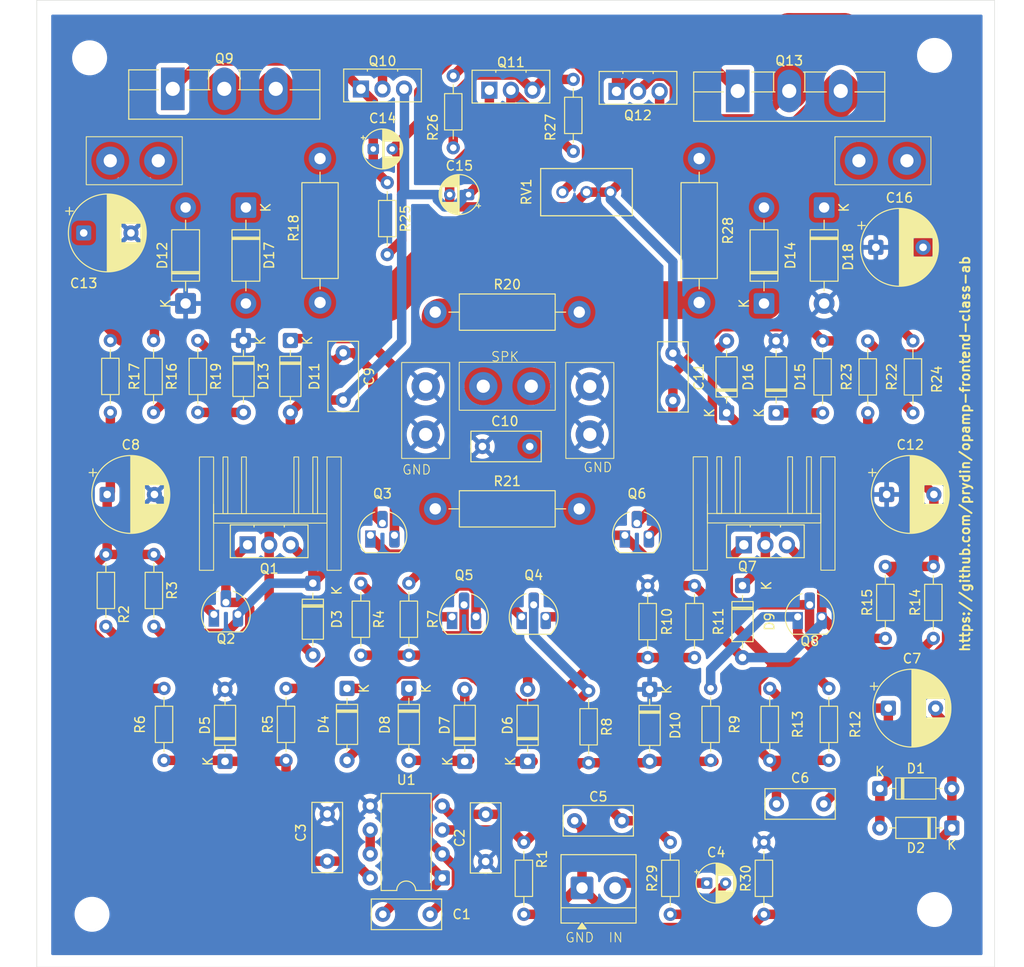
<source format=kicad_pcb>
(kicad_pcb (version 20241229) (generator "pcbnew") (generator_version "9.0")
  (layers (0 "F.Cu" signal) (2 "B.Cu" signal) (13 "F.Paste" user) (15 "B.Paste" user) (5 "F.SilkS" user "F.Silkscreen") (7 "B.SilkS" user "B.Silkscreen") (1 "F.Mask" user) (3 "B.Mask" user) (25 "Edge.Cuts" user))
  (net 0 "")
  (net 1 "Net-(D7-K)")
  (net 2 "GNDA")
  (net 3 "Net-(C4-Pad2)")
  (net 4 "Net-(D3-K)")
  (net 5 "Net-(D4-A)")
  (net 6 "Net-(J1-Pin_2)")
  (net 7 "Net-(D1-K)")
  (net 8 "Net-(Q2-E)")
  (net 9 "Net-(D14-K)")
  (net 10 "GND")
  (net 11 "Net-(Q3-B)")
  (net 12 "Net-(Q1-E)")
  (net 13 "Net-(D13-A)")
  (net 14 "Net-(D11-A)")
  (net 15 "/B-")
  (net 16 "Net-(C10-Pad2)")
  (net 17 "/B+")
  (net 18 "Net-(Q6-B)")
  (net 19 "Net-(Q8-E)")
  (net 20 "Net-(Q10-E)")
  (net 21 "Net-(D4-K)")
  (net 22 "Net-(Q12-E)")
  (net 23 "Net-(Q13-E)")
  (net 24 "Net-(D6-K)")
  (net 25 "Net-(D6-A)")
  (net 26 "Net-(D9-A)")
  (net 27 "Net-(D11-K)")
  (net 28 "Net-(D16-K)")
  (net 29 "Net-(D15-K)")
  (net 30 "Net-(D16-A)")
  (net 31 "Net-(Q11-B)")
  (net 32 "Net-(Q4-E)")
  (net 33 "Net-(Q5-E)")
  (net 34 "Net-(Q7-E)")
  (net 35 "/SPK")
  (net 36 "Net-(U1A--)")
  (net 37 "Net-(Q9-E)")
  (net 38 "+15V")
  (net 39 "-15V")
  (net 40 "Net-(R10-Pad1)")
  (net 41 "Net-(R26-Pad2)")
  (net 42 "Net-(U1B--)")
  (net 43 "Net-(U1A-+)")
  (footprint "Resistor_THT:R_Axial_DIN0411_L9.9mm_D3.6mm_P15.24mm_Horizontal" (layer "F.Cu") (at 92.964 86.36)
    (property "Reference" "R21")
    (property "Value" "10")
  )
  (footprint "Package_TO_SOT_THT:TO-264-3_Vertical" (layer "F.Cu") (at 65.189 41.893)
    (property "Reference" "Q9")
    (property "Value" "MJL3281C")
  )
  (footprint "Capacitor_THT:C_Rect_L7.2mm_W3.0mm_P5.00mm_FKS2_FKP2_MKS2_MKP2" (layer "F.Cu") (at 98.298 123.698 90)
    (property "Reference" "C2")
    (property "Value" "100n")
  )
  (footprint "Diode_THT:D_DO-35_SOD27_P7.62mm_Horizontal" (layer "F.Cu") (at 80.01 94.234 -90)
    (property "Reference" "D3")
    (property "Value" "1N4148")
  )
  (footprint "Resistor_THT:R_Axial_DIN0204_L3.6mm_D1.6mm_P7.62mm_Horizontal" (layer "F.Cu") (at 87.884 51.816 -90)
    (property "Reference" "R25")
    (property "Value" "100")
  )
  (footprint "Custom:Spade Connector" (layer "F.Cu") (at 140.335 44.423)
    (property "Reference" "J6" (hide yes))
    (property "Value" "B-")
  )
  (footprint "Resistor_THT:R_Axial_DIN0204_L3.6mm_D1.6mm_P7.62mm_Horizontal" (layer "F.Cu") (at 107.569 48.514 90)
    (property "Reference" "R27")
    (property "Value" "2.7k")
  )
  (footprint "Capacitor_THT:C_Rect_L7.2mm_W3.0mm_P5.00mm_FKS2_FKP2_MKS2_MKP2" (layer "F.Cu") (at 97.957 79.756)
    (property "Reference" "C10")
    (property "Value" "100n")
  )
  (footprint "Diode_THT:D_DO-35_SOD27_P7.62mm_Horizontal" (layer "F.Cu") (at 140.007325 115.969325)
    (property "Reference" "D1")
    (property "Value" "1N4148")
  )
  (footprint "Capacitor_THT:C_Rect_L7.2mm_W3.0mm_P5.00mm_FKS2_FKP2_MKS2_MKP2" (layer "F.Cu") (at 92.416 129.286 180)
    (property "Reference" "C1")
    (property "Value" "22p")
  )
  (footprint "Diode_THT:D_DO-41_SOD81_P10.16mm_Horizontal" (layer "F.Cu") (at 72.925 54.456 -90)
    (property "Reference" "D17")
    (property "Value" "1N4004")
  )
  (footprint "Resistor_THT:R_Axial_DIN0204_L3.6mm_D1.6mm_P7.62mm_Horizontal" (layer "F.Cu") (at 145.669 100.076 90)
    (property "Reference" "R14")
    (property "Value" "33")
  )
  (footprint "Package_TO_SOT_THT:TO-92_HandSolder" (layer "F.Cu") (at 94.742 97.79)
    (property "Reference" "Q5")
    (property "Value" "2N5551")
  )
  (footprint "Diode_THT:D_DO-41_SOD81_P10.16mm_Horizontal" (layer "F.Cu") (at 66.548 64.616 90)
    (property "Reference" "D12")
    (property "Value" "1N4004")
  )
  (footprint "Capacitor_THT:CP_Radial_D8.0mm_P5.00mm" (layer "F.Cu") (at 140.906674 107.460325)
    (property "Reference" "C7")
    (property "Value" "220u")
  )
  (footprint "Resistor_THT:R_Axial_DIN0204_L3.6mm_D1.6mm_P7.62mm_Horizontal" (layer "F.Cu") (at 94.869 48.133 90)
    (property "Reference" "R26")
    (property "Value" "1k")
  )
  (footprint "Resistor_THT:R_Axial_DIN0204_L3.6mm_D1.6mm_P7.62mm_Horizontal" (layer "F.Cu") (at 134.615 112.99 90)
    (property "Reference" "R12")
    (property "Value" "33k")
  )
  (footprint "Custom:Spade Connector" (layer "F.Cu") (at 86.868 75.946 90)
    (property "Reference" "J2" (hide yes))
    (property "Value" "GND")
  )
  (footprint "Diode_THT:D_DO-35_SOD27_P7.62mm_Horizontal" (layer "F.Cu") (at 123.79 76.2 90)
    (property "Reference" "D16")
    (property "Value" "1N4148")
  )
  (footprint "Diode_THT:D_DO-35_SOD27_P7.62mm_Horizontal" (layer "F.Cu") (at 125.476 94.488 -90)
    (property "Reference" "D9")
    (property "Value" "1N4148")
  )
  (footprint "Package_TO_SOT_THT:TO-126-3_Vertical" (layer "F.Cu") (at 73.108 90.17)
    (property "Reference" "Q1")
    (property "Value" "BD140")
  )
  (footprint "Resistor_THT:R_Axial_DIN0204_L3.6mm_D1.6mm_P7.62mm_Horizontal" (layer "F.Cu") (at 120.396 102.108 90)
    (property "Reference" "R11")
    (property "Value" "1k")
  )
  (footprint "Capacitor_THT:CP_Radial_D4.0mm_P2.00mm" (layer "F.Cu") (at 121.6877 125.984)
    (property "Reference" "C4")
    (property "Value" "10u")
  )
  (footprint "Diode_THT:D_DO-41_SOD81_P10.16mm_Horizontal" (layer "F.Cu") (at 127.751 64.616 90)
    (property "Reference" "D14")
    (property "Value" "1N4004")
  )
  (footprint "Resistor_THT:R_Axial_DIN0204_L3.6mm_D1.6mm_P7.62mm_Horizontal" (layer "F.Cu") (at 122.104727 112.99 90)
    (property "Reference" "R9")
    (property "Value" "4.7k")
  )
  (footprint "Resistor_THT:R_Axial_DIN0204_L3.6mm_D1.6mm_P7.62mm_Horizontal" (layer "F.Cu") (at 138.73 76.2 90)
    (property "Reference" "R22")
    (property "Value" "33")
  )
  (footprint "Diode_THT:D_DO-35_SOD27_P7.62mm_Horizontal" (layer "F.Cu") (at 147.627325 120.142 180)
    (property "Reference" "D2")
    (property "Value" "1N4148")
  )
  (footprint "Resistor_THT:R_Axial_DIN0411_L9.9mm_D3.6mm_P15.24mm_Horizontal" (layer "F.Cu") (at 80.772 64.516 90)
    (property "Reference" "R18")
    (property "Value" "0.22")
  )
  (footprint "Capacitor_THT:C_Rect_L7.2mm_W3.0mm_P5.00mm_FKS2_FKP2_MKS2_MKP2" (layer "F.Cu") (at 118.11 69.89 -90)
    (property "Reference" "C11")
    (property "Value" "470p")
  )
  (footprint "Capacitor_THT:C_Rect_L7.2mm_W3.0mm_P5.00mm_FKS2_FKP2_MKS2_MKP2" (layer "F.Cu") (at 129.072 117.602)
    (property "Reference" "C6")
    (property "Value" "0p")
  )
  (footprint "Capacitor_THT:CP_Radial_D8.0mm_P5.00mm" (layer "F.Cu") (at 58.247349 84.836)
    (property "Reference" "C8")
    (property "Value" "100u")
  )
  (footprint "Resistor_THT:R_Axial_DIN0204_L3.6mm_D1.6mm_P7.62mm_Horizontal" (layer "F.Cu") (at 128.359864 112.99 90)
    (property "Reference" "R13")
    (property "Value" "1k")
  )
  (footprint "Resistor_THT:R_Axial_DIN0204_L3.6mm_D1.6mm_P7.62mm_Horizontal" (layer "F.Cu") (at 117.834299 129.286 90)
    (property "Reference" "R29")
    (property "Value" "470")
  )
  (footprint "Diode_THT:D_DO-35_SOD27_P7.62mm_Horizontal" (layer "F.Cu") (at 90.17 105.37 -90)
    (property "Reference" "D8")
    (property "Value" "1N4148")
  )
  (footprint "Resistor_THT:R_Axial_DIN0204_L3.6mm_D1.6mm_P7.62mm_Horizontal" (layer "F.Cu") (at 90.17 101.854 90)
    (property "Reference" "R7")
    (property "Value" "330")
  )
  (footprint "Resistor_THT:R_Axial_DIN0204_L3.6mm_D1.6mm_P7.62mm_Horizontal" (layer "F.Cu") (at 133.95 76.2 90)
    (property "Reference" "R23")
    (property "Value" "1.5k")
  )
  (footprint "Package_TO_SOT_THT:TO-126-3_Vertical" (layer "F.Cu") (at 125.615 90.17)
    (property "Reference" "Q7")
    (property "Value" "BD139")
  )
  (footprint "Custom:Spade Connector" (layer "F.Cu") (at 100.584 68.299)
    (property "Reference" "J3" (hide yes))
    (property "Value" "SPK")
  )
  (footprint "Resistor_THT:R_Axial_DIN0204_L3.6mm_D1.6mm_P7.62mm_Horizontal" (layer "F.Cu") (at 63.19 91.186 -90)
    (property "Reference" "R3")
    (property "Value" "560")
  )
  (footprint "Resistor_THT:R_Axial_DIN0204_L3.6mm_D1.6mm_P7.62mm_Horizontal" (layer "F.Cu") (at 109.194455 105.624 -90)
    (property "Reference" "R8")
    (property "Value" "10k")
  )
  (footprint "Capacitor_THT:C_Rect_L7.2mm_W3.0mm_P5.00mm_FKS2_FKP2_MKS2_MKP2" (layer "F.Cu") (at 83.222105 69.840105 -90)
    (property "Reference" "C9")
    (property "Value" "470p")
  )
  (footprint "Capacitor_THT:C_Rect_L7.2mm_W3.0mm_P5.00mm_FKS2_FKP2_MKS2_MKP2" (layer "F.Cu") (at 81.534 118.658 -90)
    (property "Reference" "C3")
    (property "Value" "100n")
  )
  (footprint "Diode_THT:D_DO-35_SOD27_P7.62mm_Horizontal" (layer "F.Cu") (at 77.634105 68.530105 -90)
    (property "Reference" "D11")
    (property "Value" "1N4148")
  )
  (footprint "Custom:Spade Connector" (layer "F.Cu") (at 104.24 75.946 90)
    (property "Reference" "J4" (hide yes))
    (property "Value" "GND")
  )
  (footprint "Resistor_THT:R_Axial_DIN0204_L3.6mm_D1.6mm_P7.62mm_Horizontal" (layer "F.Cu") (at 115.443 102.108 90)
    (property "Reference" "R10")
    (property "Value" "330")
  )
  (footprint "Capacitor_THT:CP_Radial_D8.0mm_P5.00mm" (layer "F.Cu") (at 139.583349 58.674)
    (property "Reference" "C16")
    (property "Value" "100u")
  )
  (footprint "MountingHole:MountingHole_3.2mm_M3" (layer "F.Cu") (at 56.388 38.608)
    (property "Reference" "REF**" (hide yes))
    (property "Value" "MountingHole_3.2mm_M3")
  )
  (footprint "Resistor_THT:R_Axial_DIN0204_L3.6mm_D1.6mm_P7.62mm_Horizontal" (layer "F.Cu") (at 102.340299 121.666 -90)
    (property "Reference" "R1")
    (property "Value" "33k")
  )
  (footprint "Diode_THT:D_DO-35_SOD27_P7.62mm_Horizontal" (layer "F.Cu") (at 70.717136 113.09 90)
    (property "Reference" "D5")
    (property "Value" "1N5245B")
  )
  (footprint "Resistor_THT:R_Axial_DIN0204_L3.6mm_D1.6mm_P7.62mm_Horizontal" (layer "F.Cu") (at 85.09 94.234 -90)
    (property "Reference" "R4")
    (property "Value" "330")
  )
  (footprint "Diode_THT:D_DO-35_SOD27_P7.62mm_Horizontal" (layer "F.Cu") (at 72.666905 68.530105 -90)
    (property "Reference" "D13")
    (property "Value" "1N4148")
  )
  (footprint "Package_TO_SOT_THT:TO-126-3_Vertical" (layer "F.Cu") (at 112.142 42.164)
    (property "Reference" "Q12")
    (property "Value" "BD140")
  )
  (footprint "Diode_THT:D_DO-35_SOD27_P7.62mm_Horizontal" (layer "F.Cu") (at 129.032 76.2 90)
    (property "Reference" "D15")
    (property "Value" "1N4148")
  )
  (footprint "Resistor_THT:R_Axial_DIN0204_L3.6mm_D1.6mm_P7.62mm_Horizontal" (layer "F.Cu") (at 64.262 105.37 -90)
    (property "Reference" "R6")
    (property "Value" "4.7k")
  )
  (footprint "Resistor_THT:R_Axial_DIN0411_L9.9mm_D3.6mm_P15.24mm_Horizontal" (layer "F.Cu") (at 92.964 65.532)
    (property "Reference" "R20")
    (property "Value" "10")
  )
  (footprint "Package_TO_SOT_THT:TO-92_HandSolder" (layer "F.Cu") (at 69.54 97.536)
    (property "Reference" "Q2")
    (property "Value" "2N2906")
  )
  (footprint "MountingHole:MountingHole_3.2mm_M3" (layer "F.Cu") (at 145.796 128.778)
    (property "Reference" "REF**" (hide yes))
    (property "Value" "MountingHole_3.2mm_M3")
  )
  (footprint "Resistor_THT:R_Axial_DIN0411_L9.9mm_D3.6mm_P15.24mm_Horizontal" (layer "F.Cu") (at 120.893 49.276 -90)
    (property "Reference" "R28")
    (property "Value" "0.22")
  )
  (footprint "Custom:Heatsink" (layer "F.Cu") (at 127.762 85.852)
    (property "Reference" "REF**" (hide yes))
    (property "Value" "Heatsink")
  )
  (footprint "Resistor_THT:R_Axial_DIN0204_L3.6mm_D1.6mm_P7.62mm_Horizontal" (layer "F.Cu") (at 58.11 91.186 -90)
    (property "Reference" "R2")
    (property "Value" "33")
  )
  (footprint "Capacitor_THT:CP_Radial_D4.0mm_P2.00mm" (layer "F.Cu") (at 96.488 53.086 180)
    (property "Reference" "C15")
    (property "Value" "10u")
  )
  (footprint "Resistor_THT:R_Axial_DIN0204_L3.6mm_D1.6mm_P7.62mm_Horizontal" (layer "F.Cu") (at 63.156105 68.530105 -90)
    (property "Reference" "R16")
    (property "Value" "100")
  )
  (footprint "Resistor_THT:R_Axial_DIN0204_L3.6mm_D1.6mm_P7.62mm_Horizontal" (layer "F.Cu") (at 67.839305 68.530105 -90)
    (property "Reference" "R19")
    (property "Value" "1.5k")
  )
  (footprint "Diode_THT:D_DO-35_SOD27_P7.62mm_Horizontal" (layer "F.Cu") (at 115.649591 105.47 -90)
    (property "Reference" "D10")
    (property "Value" "1N5245B")
  )
  (footprint "Diode_THT:D_DO-41_SOD81_P10.16mm_Horizontal" (layer "F.Cu") (at 134.112 54.456 -90)
    (property "Reference" "D18")
    (property "Value" "1N4004")
  )
  (footprint "Package_TO_SOT_THT:TO-92_HandSolder" (layer "F.Cu") (at 86.106 89.154)
    (property "Reference" "Q3")
    (property "Value" "2N5551")
  )
  (footprint "Custom:TRIM_T93YA103KT20" (layer "F.Cu") (at 108.966 52.832 90)
    (property "Reference" "RV1")
    (property "Value" "2k")
  )
  (footprint "TerminalBlock_4Ucon:TerminalBlock_4Ucon_1x02_P3.50mm_Horizontal" (layer "F.Cu") (at 108.492299 126.492)
    (property "Reference" "J1" (hide yes))
    (property "Value" "INPUT")
  )
  (footprint "Custom:Heatsink" (layer "F.Cu") (at 75.509 85.868)
    (property "Reference" "REF**" (hide yes))
    (property "Value" "Heatsink")
  )
  (footprint "Resistor_THT:R_Axial_DIN0204_L3.6mm_D1.6mm_P7.62mm_Horizontal" (layer "F.Cu") (at 143.51 68.58 -90)
    (property "Reference" "R24")
    (property "Value" "100")
  )
  (footprint "Package_TO_SOT_THT:TO-92_HandSolder" (layer "F.Cu") (at 113.03 89.154)
    (property "Reference" "Q6")
    (property "Value" "2N5401")
  )
  (footprint "Package_TO_SOT_THT:TO-126-3_Vertical" (layer "F.Cu") (at 85.102 41.91)
    (property "Reference" "Q10")
    (property "Value" "BD139")
  )
  (footprint "MountingHole:MountingHole_3.2mm_M3" (layer "F.Cu") (at 56.642 129.286)
    (property "Reference" "REF**" (hide yes))
    (property "Value" "MountingHole_3.2mm_M3")
  )
  (footprint "Package_TO_SOT_THT:TO-126-3_Vertical" (layer "F.Cu") (at 98.691 42.037)
    (property "Reference" "Q11")
    (property "Value" "BD139")
  )
  (footprint "Resistor_THT:R_Axial_DIN0204_L3.6mm_D1.6mm_P7.62mm_Horizontal" (layer "F.Cu") (at 140.589 100.076 90)
    (property "Reference" "R15")
    (property "Value" "560")
  )
  (footprint "Package_TO_SOT_THT:TO-92_HandSolder" (layer "F.Cu") (at 131.318 97.79)
    (property "Reference" "Q8")
    (property "Value" "2N2904")
  )
  (footprint "Resistor_THT:R_Axial_DIN0204_L3.6mm_D1.6mm_P7.62mm_Horizontal" (layer "F.Cu") (at 77.172273 112.99 90)
    (property "Reference" "R5")
    (property "Value" "10k")
  )
  (footprint "Package_TO_SOT_THT:TO-92_HandSolder" (layer "F.Cu") (at 102.108 97.79)
    (property "Reference" "Q4")
    (property "Value" "2N5401")
  )
  (footprint "MountingHole:MountingHole_3.2mm_M3" (layer "F.Cu") (at 145.796 38.354)
    (property "Reference" "REF**" (hide yes))
    (property "Value" "MountingHole_3.2mm_M3")
  )
  (footprint "Capacitor_THT:C_Rect_L7.2mm_W3.0mm_P5.00mm_FKS2_FKP2_MKS2_MKP2" (layer "F.Cu") (at 112.714299 119.38 180)
    (property "Reference" "C5")
    (property "Value" "220p")
  )
  (footprint "Custom:Spade Connector" (layer "F.Cu") (at 61.114 44.423)
    (property "Reference" "J5" (hide yes))
    (property "Value" "B+")
  )
  (footprint "Capacitor_THT:CP_Radial_D4.0mm_P2.00mm" (layer "F.Cu") (at 86.403401 48.26)
    (property "Reference" "C14")
    (property "Value" "1u")
  )
  (footprint "Diode_THT:D_DO-35_SOD27_P7.62mm_Horizontal" (layer "F.Cu") (at 83.627409 105.37 -90)
    (property "Reference" "D4")
    (property "Value" "1N4148")
  )
  (footprint "Resistor_THT:R_Axial_DIN0204_L3.6mm_D1.6mm_P7.62mm_Horizontal" (layer "F.Cu") (at 127.740299 129.286 90)
    (property "Reference" "R30")
    (property "Value" "10")
  )
  (footprint "Package_DIP:DIP-8_W7.62mm" (layer "F.Cu") (at 93.699299 125.436 180)
    (property "Reference" "U1")
    (property "Value" "LM4562")
  )
  (footprint "Capacitor_THT:CP_Radial_D8.0mm_P5.00mm" (layer "F.Cu") (at 140.726349 84.836)
    (property "Reference" "C12")
    (property "Value" "100u")
  )
  (footprint "Resistor_THT:R_Axial_DIN0204_L3.6mm_D1.6mm_P7.62mm_Horizontal" (layer "F.Cu") (at 58.584105 76.150105 90)
    (property "Reference" "R17")
    (property "Value" "33")
  )
  (footprint "Capacitor_THT:CP_Radial_D8.0mm_P5.00mm" (layer "F.Cu") (at 55.763349 57.15)
    (property "Reference" "C13")
    (property "Value" "100u")
  )
  (footprint "Package_TO_SOT_THT:TO-264-3_Vertical" (layer "F.Cu") (at 124.968 42.12)
    (property "Reference" "Q13")
    (property "Value" "MJL1302C")
  )
  (footprint "Diode_THT:D_DO-35_SOD27_P7.62mm_Horizontal" (layer "F.Cu") (at 102.739318 113.09 90)
    (property "Reference" "D6")
    (property "Value" "1N4148")
  )
  (footprint "Diode_THT:D_DO-35_SOD27_P7.62mm_Horizontal" (layer "F.Cu") (at 96.084182 113.09 90)
    (property "Reference" "D7")
    (property "Value" "1N4148")
  )
  (gr_rect (start 50.8 32.512) (end 152.146 134.874) (stroke (width 0.05)) (fill no) (layer "Edge.Cuts"))
  (gr_text "GND" (at 89.408 82.804 0) (layer "F.SilkS") (effects (font (size 1 1) (thickness 0.1)) (justify left bottom)))
  (gr_text "GND" (at 108.585 82.55 0) (layer "F.SilkS") (effects (font (size 1 1) (thickness 0.1)) (justify left bottom)))
  (gr_text "GND" (at 106.658299 132.334 0) (layer "F.SilkS") (effects (font (size 1 1) (thickness 0.1)) (justify left bottom)))
  (gr_text "SPK" (at 98.806 70.839 0) (layer "F.SilkS") (effects (font (size 1 1) (thickness 0.1)) (justify left bottom)))
  (gr_text "https://github.com/prydin/opamp-frontend-class-ab" (at 149.606 101.6 90) (layer "F.SilkS") (effects (font (size 1 1) (thickness 0.2)) (justify left bottom)))
  (gr_text "IN" (at 111.230299 132.334 0) (layer "F.SilkS") (effects (font (size 1 1) (thickness 0.1)) (justify left bottom)))
  (segment (start 92.394299 126.741) (end 93.699299 125.436) (width 1) (layer "F.Cu") (net 1))
  (segment (start 89.986 117.104944) (end 94.000944 113.09) (width 1) (layer "F.Cu") (net 1))
  (segment (start 93.699299 125.436) (end 89.986 121.722701) (width 1) (layer "F.Cu") (net 1))
  (segment (start 94.000944 113.09) (end 96.084182 113.09) (width 1) (layer "F.Cu") (net 1))
  (segment (start 87.416 129.286) (end 89.961 126.741) (width 1) (layer "F.Cu") (net 1))
  (segment (start 90.17 112.99) (end 96.613667 112.99) (width 1) (layer "F.Cu") (net 1))
  (segment (start 89.961 126.741) (end 92.394299 126.741) (width 1) (layer "F.Cu") (net 1))
  (segment (start 89.986 121.722701) (end 89.986 117.104944) (width 1) (layer "F.Cu") (net 1))
  (segment (start 145.906674 108.025674) (end 147.627325 109.746325) (width 1) (layer "F.Cu") (net 2))
  (segment (start 108.492299 120.158) (end 107.714299 119.38) (width 1) (layer "F.Cu") (net 2))
  (segment (start 145.906674 107.460325) (end 145.906674 108.025674) (width 1) (layer "F.Cu") (net 2))
  (segment (start 147.627325 115.969325) (end 147.627325 120.142) (width 1) (layer "F.Cu") (net 2))
  (segment (start 112.687299 130.687) (end 126.339299 130.687) (width 1) (layer "F.Cu") (net 2))
  (segment (start 108.492299 126.492) (end 112.687299 130.687) (width 1) (layer "F.Cu") (net 2))
  (segment (start 127.740299 129.286) (end 138.483325 129.286) (width 1) (layer "F.Cu") (net 2))
  (segment (start 108.492299 126.492) (end 108.492299 120.158) (width 1) (layer "F.Cu") (net 2))
  (segment (start 138.483325 129.286) (end 147.627325 120.142) (width 1) (layer "F.Cu") (net 2))
  (segment (start 147.627325 109.746325) (end 147.627325 115.969325) (width 1) (layer "F.Cu") (net 2))
  (segment (start 102.340299 129.286) (end 105.150299 129.286) (width 1) (layer "F.Cu") (net 2))
  (segment (start 126.339299 130.687) (end 127.740299 129.286) (width 1) (layer "F.Cu") (net 2))
  (segment (start 105.150299 129.286) (end 107.944299 126.492) (width 1) (layer "F.Cu") (net 2))
  (segment (start 117.834299 129.286) (end 120.437544 129.286) (width 1) (layer "F.Cu") (net 3))
  (segment (start 120.437544 129.286) (end 123.6877 126.035844) (width 1) (layer "F.Cu") (net 3))
  (segment (start 90.474686 96.52) (end 93.324108 96.52) (width 1) (layer "F.Cu") (net 4))
  (segment (start 81.411 92.833) (end 86.787686 92.833) (width 1) (layer "F.Cu") (net 4))
  (segment (start 80.01 94.234) (end 81.411 92.833) (width 1) (layer "F.Cu") (net 4))
  (segment (start 86.787686 92.833) (end 90.474686 96.52) (width 1) (layer "F.Cu") (net 4))
  (segment (start 96.698892 94.519) (end 97.282 95.102108) (width 1) (layer "F.Cu") (net 4))
  (segment (start 63.921 99.537) (end 63.19 98.806) (width 1) (layer "F.Cu") (net 4))
  (segment (start 72.08 98.248) (end 70.791 99.537) (width 1) (layer "F.Cu") (net 4))
  (segment (start 95.325108 94.519) (end 96.698892 94.519) (width 1) (layer "F.Cu") (net 4))
  (segment (start 70.791 99.537) (end 63.921 99.537) (width 1) (layer "F.Cu") (net 4))
  (segment (start 80.01 94.234) (end 80.01 92.512) (width 1) (layer "F.Cu") (net 4))
  (segment (start 93.324108 96.52) (end 95.325108 94.519) (width 1) (layer "F.Cu") (net 4))
  (segment (start 80.01 92.512) (end 77.668 90.17) (width 1) (layer "F.Cu") (net 4))
  (segment (start 97.282 95.102108) (end 97.282 97.79) (width 1) (layer "F.Cu") (net 4))
  (segment (start 75.382 94.234) (end 72.08 97.536) (width 1) (layer "B.Cu") (net 4))
  (segment (start 80.01 94.234) (end 75.382 94.234) (width 1) (layer "B.Cu") (net 4))
  (segment (start 83.493 112.99) (end 90.17 106.313) (width 1) (layer "F.Cu") (net 5))
  (segment (start 90.17 106.313) (end 90.17 105.37) (width 1) (layer "F.Cu") (net 5))
  (segment (start 112.500299 125.984) (end 111.992299 126.492) (width 1) (layer "F.Cu") (net 6))
  (segment (start 121.6877 125.984) (end 112.500299 125.984) (width 1) (layer "F.Cu") (net 6))
  (segment (start 140.906674 107.460325) (end 130.450189 107.460325) (width 1) (layer "F.Cu") (net 7))
  (segment (start 140.906674 107.460325) (end 140.906674 115.069976) (width 1) (layer "F.Cu") (net 7))
  (segment (start 140.906674 115.069976) (end 140.007325 115.969325) (width 1) (layer "F.Cu") (net 7))
  (segment (start 140.007325 115.969325) (end 140.007325 120.142) (width 1) (layer "F.Cu") (net 7))
  (segment (start 130.450189 107.460325) (end 128.359864 105.37) (width 1) (layer "F.Cu") (net 7))
  (segment (start 58.584105 76.150105) (end 58.584105 84.499244) (width 1) (layer "F.Cu") (net 8))
  (segment (start 56.642001 92.653999) (end 58.11 91.186) (width 1) (layer "F.Cu") (net 8))
  (segment (start 62.692686 105.37) (end 56.642001 99.319315) (width 1) (layer "F.Cu") (net 8))
  (segment (start 58.584105 84.499244) (end 58.247349 84.836) (width 1) (layer "F.Cu") (net 8))
  (segment (start 58.11 91.186) (end 63.19 91.186) (width 1) (layer "F.Cu") (net 8))
  (segment (start 63.19 91.186) (end 69.54 97.536) (width 1) (layer "F.Cu") (net 8))
  (segment (start 58.247349 84.836) (end 58.247349 91.048651) (width 1) (layer "F.Cu") (net 8))
  (segment (start 64.262 105.37) (end 62.692686 105.37) (width 1) (layer "F.Cu") (net 8))
  (segment (start 56.642001 99.319315) (end 56.642001 92.653999) (width 1) (layer "F.Cu") (net 8))
  (segment (start 93.218 59.182) (end 108.712 59.182) (width 4) (layer "F.Cu") (net 9))
  (segment (start 126.958864 107.654864) (end 126.958864 104.789686) (width 1) (layer "F.Cu") (net 9))
  (segment (start 80.772 64.516) (end 73.025 64.516) (width 4) (layer "F.Cu") (net 9))
  (segment (start 118.216108 94.488) (end 113.03 89.301892) (width 1) (layer "F.Cu") (net 9))
  (segment (start 113.792 64.262) (end 109.982 60.452) (width 4) (layer "F.Cu") (net 9))
  (segment (start 113.81 64.28) (end 113.81 80.754) (width 4) (layer "F.Cu") (net 9))
  (segment (start 128.570382 102.662382) (end 120.396 94.488) (width 1) (layer "F.Cu") (net 9))
  (segment (start 120.893 64.516) (end 121.032 64.377) (width 4) (layer "F.Cu") (net 9))
  (segment (start 80.772 64.516) (end 87.884 64.516) (width 4) (layer "F.Cu") (net 9))
  (segment (start 129.13255 102.616) (end 131.861 102.616) (width 1) (layer "F.Cu") (net 9))
  (segment (start 134.072 117.602) (end 136.906 114.768) (width 1) (layer "F.Cu") (net 9))
  (segment (start 109.982 60.452) (end 113.81 64.28) (width 4) (layer "F.Cu") (net 9))
  (segment (start 128.570382 103.178168) (end 128.570382 102.662382) (width 1) (layer "F.Cu") (net 9))
  (segment (start 136.906 114.768) (end 136.906 111.76) (width 1) (layer "F.Cu") (net 9))
  (segment (start 113.81 80.754) (end 108.204 86.36) (width 4) (layer "F.Cu") (net 9))
  (segment (start 86.106 89.301892) (end 87.959108 91.155) (width 1) (layer "F.Cu") (net 9))
  (segment (start 121.032 64.377) (end 127.751 64.377) (width 4) (layer "F.Cu") (net 9))
  (segment (start 87.959108 91.155) (end 103.409 91.155) (width 1) (layer "F.Cu") (net 9))
  (segment (start 103.409 91.155) (end 108.204 86.36) (width 1) (layer "F.Cu") (net 9))
  (segment (start 109.982 63.754) (end 109.982 60.452) (width 4) (layer "F.Cu") (net 9))
  (segment (start 108.204 65.532) (end 109.982 63.754) (width 4) (layer "F.Cu") (net 9))
  (segment (start 108.712 59.182) (end 109.982 60.452) (width 4) (layer "F.Cu") (net 9))
  (segment (start 129.032 109.728) (end 126.958864 107.654864) (width 1) (layer "F.Cu") (net 9))
  (segment (start 87.884 64.516) (end 93.218 59.182) (width 4) (layer "F.Cu") (net 9))
  (segment (start 134.874 109.728) (end 129.032 109.728) (width 1) (layer "F.Cu") (net 9))
  (segment (start 126.958864 104.789686) (end 128.570382 103.178168) (width 1) (layer "F.Cu") (net 9))
  (segment (start 136.906 111.76) (end 134.874 109.728) (width 1) (layer "F.Cu") (net 9))
  (segment (start 131.861 102.616) (end 134.615 105.37) (width 1) (layer "F.Cu") (net 9))
  (segment (start 110.998 89.154) (end 108.204 86.36) (width 1) (layer "F.Cu") (net 9))
  (segment (start 120.639 64.262) (end 113.792 64.262) (width 4) (layer "F.Cu") (net 9))
  (segment (start 120.396 94.488) (end 118.216108 94.488) (width 1) (layer "F.Cu") (net 9))
  (segment (start 73.025 64.516) (end 72.925 64.616) (width 4) (layer "F.Cu") (net 9))
  (segment (start 113.03 89.154) (end 110.998 89.154) (width 1) (layer "F.Cu") (net 9))
  (segment (start 64.647333 86.235984) (end 63.247349 84.836) (width 1) (layer "B.Cu") (net 10))
  (segment (start 68.851105 70.455105) (end 69.867105 70.455105) (width 1) (layer "F.Cu") (net 11))
  (segment (start 69.867105 70.455105) (end 67.982105 68.570105) (width 1) (layer "F.Cu") (net 11))
  (segment (start 83.222105 69.840105) (end 82.422106 70.640104) (width 1) (layer "F.Cu") (net 11))
  (segment (start 87.376 87.884) (end 86.36 86.868) (width 1) (layer "F.Cu") (net 11))
  (segment (start 86.36 71.882) (end 84.318105 69.840105) (width 1) (layer "F.Cu") (net 11))
  (segment (start 63.156105 76.150105) (end 68.851105 70.455105) (width 1) (layer "F.Cu") (net 11))
  (segment (start 84.318105 69.840105) (end 83.222105 69.840105) (width 1) (layer "F.Cu") (net 11))
  (segment (start 70.052104 70.640104) (end 69.867105 70.455105) (width 1) (layer "F.Cu") (net 11))
  (segment (start 82.422106 70.640104) (end 70.052104 70.640104) (width 1) (layer "F.Cu") (net 11))
  (segment (start 86.36 86.868) (end 86.36 71.882) (width 1) (layer "F.Cu") (net 11))
  (segment (start 72.697892 96.266) (end 70.81 96.266) (width 1) (layer "F.Cu") (net 12))
  (segment (start 60.042 100.738) (end 71.565892 100.738) (width 1) (layer "F.Cu") (net 12))
  (segment (start 70.81 96.266) (end 70.81 92.468) (width 1) (layer "F.Cu") (net 12))
  (segment (start 70.81 92.468) (end 73.108 90.17) (width 1) (layer "F.Cu") (net 12))
  (segment (start 73.331 98.972892) (end 73.331 96.899108) (width 1) (layer "F.Cu") (net 12))
  (segment (start 58.11 98.806) (end 60.042 100.738) (width 1) (layer "F.Cu") (net 12))
  (segment (start 73.331 96.899108) (end 72.697892 96.266) (width 1) (layer "F.Cu") (net 12))
  (segment (start 71.565892 100.738) (end 73.331 98.972892) (width 1) (layer "F.Cu") (net 12))
  (segment (start 67.839305 76.150105) (end 72.666905 76.150105) (width 1) (layer "F.Cu") (net 13))
  (segment (start 96.488 53.086) (end 100.971 48.603) (width 1) (layer "F.Cu") (net 14))
  (segment (start 77.634105 78.067895) (end 75.388 80.314) (width 1) (layer "F.Cu") (net 14))
  (segment (start 75.388 90.17) (end 75.388 97.232) (width 1) (layer "F.Cu") (net 14))
  (segment (start 77.634105 76.150105) (end 77.634105 76.912105) (width 1) (layer "F.Cu") (net 14))
  (segment (start 100.971 48.603) (end 100.971 42.037) (width 1) (layer "F.Cu") (net 14))
  (segment (start 77.634105 76.912105) (end 77.634105 78.067895) (width 1) (layer "F.Cu") (net 14))
  (segment (start 83.222105 74.840105) (end 78.944105 74.840105) (width 1) (layer "F.Cu") (net 14))
  (segment (start 78.944105 74.840105) (end 77.634105 76.150105) (width 1) (layer "F.Cu") (net 14))
  (segment (start 75.388 97.232) (end 80.01 101.854) (width 1) (layer "F.Cu") (net 14))
  (segment (start 75.388 80.314) (end 75.388 90.17) (width 1) (layer "F.Cu") (net 14))
  (segment (start 107.448 48.514) (end 100.971 42.037) (width 1) (layer "F.Cu") (net 14))
  (segment (start 95.789 53.624892) (end 95.026892 54.387) (width 1) (layer "B.Cu") (net 14))
  (segment (start 89.408 68.65421) (end 89.408 53.086) (width 1) (layer "B.Cu") (net 14))
  (segment (start 96.488 53.086) (end 95.789 53.086) (width 1) (layer "B.Cu") (net 14))
  (segment (start 93.187 53.086) (end 89.408 53.086) (width 1) (layer "B.Cu") (net 14))
  (segment (start 89.704401 52.789599) (end 89.408 53.086) (width 1) (layer "B.Cu") (net 14))
  (segment (start 93.949108 54.387) (end 93.187 53.624892) (width 1) (layer "B.Cu") (net 14))
  (segment (start 83.222105 74.840105) (end 89.408 68.65421) (width 1) (layer "B.Cu") (net 14))
  (segment (start 95.026892 54.387) (end 93.949108 54.387) (width 1) (layer "B.Cu") (net 14))
  (segment (start 89.704401 41.952401) (end 89.704401 52.789599) (width 1) (layer "B.Cu") (net 14))
  (segment (start 93.187 53.624892) (end 93.187 53.086) (width 1) (layer "B.Cu") (net 14))
  (segment (start 95.789 53.086) (end 95.789 53.624892) (width 1) (layer "B.Cu") (net 14))
  (segment (start 136.2 35.87) (end 142.875 42.545) (width 4) (layer "F.Cu") (net 15))
  (segment (start 142.875 42.545) (end 142.875 49.503) (width 4) (layer "F.Cu") (net 15))
  (segment (start 127.751 54.456) (end 134.112 54.456) (width 4) (layer "F.Cu") (net 15))
  (segment (start 144.090314 69.981) (end 145.383348 68.687966) (width 1) (layer "F.Cu") (net 15))
  (segment (start 134.112 54.456) (end 134.112 53.186) (width 4) (layer "F.Cu") (net 15))
  (segment (start 138.73 68.58) (end 140.131 69.981) (width 1) (layer "F.Cu") (net 15))
  (segment (start 145.383348 68.687966) (end 145.383348 59.473999) (width 1) (layer "F.Cu") (net 15))
  (segment (start 140.131 69.981) (end 144.090314 69.981) (width 1) (layer "F.Cu") (net 15))
  (segment (start 130.418 42.12) (end 130.418 35.87) (width 4) (layer "F.Cu") (net 15))
  (segment (start 117.346516 40.563) (end 118.258 41.474484) (width 1) (layer "F.Cu") (net 15))
  (segment (start 118.258 41.474484) (end 118.258 45.071) (width 1) (layer "F.Cu") (net 15))
  (segment (start 115.146 41.474484) (end 116.057484 40.563) (width 1) (layer "F.Cu") (net 15))
  (segment (start 144.583349 51.211349) (end 144.583349 58.674) (width 4) (layer "F.Cu") (net 15))
  (segment (start 137.795 49.503) (end 142.875 49.503) (width 4) (layer "F.Cu") (net 15))
  (segment (start 114.422 42.164) (end 115.111516 41.474484) (width 1) (layer "F.Cu") (net 15))
  (segment (start 118.258 45.071) (end 127.467 45.071) (width 1) (layer "F.Cu") (net 15))
  (segment (start 116.057484 40.563) (end 117.346516 40.563) (width 1) (layer "F.Cu") (net 15))
  (segment (start 127.467 45.071) (end 130.418 42.12) (width 1) (layer "F.Cu") (net 15))
  (segment (start 115.111516 41.474484) (end 115.146 41.474484) (width 1) (layer "F.Cu") (net 15))
  (segment (start 145.383348 59.473999) (end 144.583349 58.674) (width 1) (layer "F.Cu") (net 15))
  (segment (start 142.875 49.503) (end 144.583349 51.211349) (width 4) (layer "F.Cu") (net 15))
  (segment (start 130.418 35.87) (end 136.2 35.87) (width 4) (layer "F.Cu") (net 15))
  (segment (start 134.112 53.186) (end 137.795 49.503) (width 4) (layer "F.Cu") (net 15))
  (segment (start 92.964 86.36) (end 96.353 86.36) (width 4) (layer "F.Cu") (net 16))
  (segment (start 96.353 86.36) (end 102.957 79.756) (width 4) (layer "F.Cu") (net 16))
  (segment (start 70.639 41.893) (end 70.639 44.345) (width 4) (layer "F.Cu") (net 17))
  (segment (start 58.574 49.276) (end 63.654 49.276) (width 4) (layer "F.Cu") (net 17))
  (segment (start 66.548 52.17) (end 63.654 49.276) (width 4) (layer "F.Cu") (net 17))
  (segment (start 64.439 37.741) (end 58.574 43.606) (width 1) (layer "F.Cu") (net 17))
  (segment (start 58.574 43.606) (end 58.574 49.276) (width 1) (layer "F.Cu") (net 17))
  (segment (start 55.763349 57.15) (end 55.763349 52.086651) (width 4) (layer "F.Cu") (net 17))
  (segment (start 55.763349 52.086651) (end 58.574 49.276) (width 4) (layer "F.Cu") (net 17))
  (segment (start 66.548 54.456) (end 72.925 54.456) (width 4) (layer "F.Cu") (net 17))
  (segment (start 87.382 38.094) (end 87.029 37.741) (width 1) (layer "F.Cu") (net 17))
  (segment (start 55.763349 64.653349) (end 59.69 68.58) (width 1) (layer "F.Cu") (net 17))
  (segment (start 65.708 49.276) (end 63.654 49.276) (width 4) (layer "F.Cu") (net 17))
  (segment (start 70.639 44.345) (end 65.708 49.276) (width 4) (layer "F.Cu") (net 17))
  (segment (start 66.548 54.456) (end 66.548 52.17) (width 4) (layer "F.Cu") (net 17))
  (segment (start 87.382 41.91) (end 87.382 38.094) (width 1) (layer "F.Cu") (net 17))
  (segment (start 87.029 37.741) (end 64.439 37.741) (width 1) (layer "F.Cu") (net 17))
  (segment (start 55.763349 57.15) (end 55.763349 64.653349) (width 1) (layer "F.Cu") (net 17))
  (segment (start 118.11 84.074) (end 118.11 74.89) (width 1) (layer "F.Cu") (net 18))
  (segment (start 132.449 67.079) (end 133.95 68.58) (width 1) (layer "F.Cu") (net 18))
  (segment (start 114.3 87.884) (end 118.11 84.074) (width 1) (layer "F.Cu") (net 18))
  (segment (start 135.89 68.58) (end 143.51 76.2) (width 1) (layer "F.Cu") (net 18))
  (segment (start 118.11 74.89) (end 118.11 72.137265) (width 1) (layer "F.Cu") (net 18))
  (segment (start 123.168265 67.079) (end 132.449 67.079) (width 1) (layer "F.Cu") (net 18))
  (segment (start 133.95 68.58) (end 135.89 68.58) (width 1) (layer "F.Cu") (net 18))
  (segment (start 118.11 72.137265) (end 123.168265 67.079) (width 1) (layer "F.Cu") (net 18))
  (segment (start 147.07 100.656314) (end 145.049314 102.677) (width 1) (layer "F.Cu") (net 19))
  (segment (start 145.669 92.456) (end 140.589 92.456) (width 1) (layer "F.Cu") (net 19))
  (segment (start 138.73 77.839651) (end 145.726349 84.836) (width 1) (layer "F.Cu") (net 19))
  (segment (start 140.589 92.456) (end 147.07 98.937) (width 1) (layer "F.Cu") (net 19))
  (segment (start 138.73 76.2) (end 138.73 77.839651) (width 1) (layer "F.Cu") (net 19))
  (segment (start 134.360052 102.677) (end 131.318 99.634948) (width 1) (layer "F.Cu") (net 19))
  (segment (start 145.049314 102.677) (end 134.360052 102.677) (width 1) (layer "F.Cu") (net 19))
  (segment (start 131.318 99.634948) (end 131.318 97.79) (width 1) (layer "F.Cu") (net 19))
  (segment (start 145.726349 84.836) (end 145.726349 92.398651) (width 1) (layer "F.Cu") (net 19))
  (segment (start 147.07 98.937) (end 147.07 100.656314) (width 1) (layer "F.Cu") (net 19))
  (segment (start 127.671265 97.79) (end 131.318 97.79) (width 1) (layer "B.Cu") (net 19))
  (segment (start 122.104727 103.356538) (end 127.671265 97.79) (width 1) (layer "B.Cu") (net 19))
  (segment (start 122.104727 105.37) (end 122.104727 103.356538) (width 1) (layer "B.Cu") (net 19))
  (segment (start 86.403401 48.26) (end 86.403401 50.335401) (width 1) (layer "F.Cu") (net 20))
  (segment (start 68.14 38.942) (end 82.134 38.942) (width 1) (layer "F.Cu") (net 20))
  (segment (start 86.403401 48.26) (end 86.403401 43.211401) (width 1) (layer "F.Cu") (net 20))
  (segment (start 86.403401 50.335401) (end 87.884 51.816) (width 1) (layer "F.Cu") (net 20))
  (segment (start 86.403401 43.211401) (end 85.102 41.91) (width 1) (layer "F.Cu") (net 20))
  (segment (start 65.189 41.893) (end 68.14 38.942) (width 1) (layer "F.Cu") (net 20))
  (segment (start 82.134 38.942) (end 85.102 41.91) (width 1) (layer "F.Cu") (net 20))
  (segment (start 96.603 103.969) (end 96.705917 103.969) (width 1) (layer "F.Cu") (net 21))
  (segment (start 96.705917 103.969) (end 97.033693 104.296776) (width 1) (layer "F.Cu") (net 21))
  (segment (start 87.718156 105.37) (end 89.219156 103.869) (width 1) (layer "F.Cu") (net 21))
  (segment (start 105.344455 109.474) (end 109.194455 105.624) (width 1) (layer "F.Cu") (net 21))
  (segment (start 102.360586 109.474) (end 105.344455 109.474) (width 1) (layer "F.Cu") (net 21))
  (segment (start 89.219156 103.869) (end 96.503 103.869) (width 1) (layer "F.Cu") (net 21))
  (segment (start 96.503 103.869) (end 96.603 103.969) (width 1) (layer "F.Cu") (net 21))
  (segment (start 97.183362 104.296776) (end 102.360586 109.474) (width 1) (layer "F.Cu") (net 21))
  (segment (start 97.033693 104.296776) (end 97.183362 104.296776) (width 1) (layer "F.Cu") (net 21))
  (segment (start 83.493 105.37) (end 87.718156 105.37) (width 1) (layer "F.Cu") (net 21))
  (segment (start 103.378 99.807545) (end 109.194455 105.624) (width 1) (layer "B.Cu") (net 21))
  (segment (start 103.378 96.52) (end 103.378 99.807545) (width 1) (layer "B.Cu") (net 21))
  (segment (start 91.218 42.182686) (end 95.364686 38.036) (width 1) (layer "F.Cu") (net 22))
  (segment (start 87.884 59.436) (end 89.408 57.912) (width 1) (layer "F.Cu") (net 22))
  (segment (start 112.142 42.164) (end 114.943 39.363) (width 1) (layer "F.Cu") (net 22))
  (segment (start 91.218 45.445401) (end 91.218 42.182686) (width 1) (layer "F.Cu") (net 22))
  (segment (start 122.211 39.363) (end 124.968 42.12) (width 1) (layer "F.Cu") (net 22))
  (segment (start 112.142 40.264) (end 112.142 42.164) (width 1) (layer "F.Cu") (net 22))
  (segment (start 109.914 38.036) (end 112.142 40.264) (width 1) (layer "F.Cu") (net 22))
  (segment (start 88.403401 48.26) (end 91.218 45.445401) (width 1) (layer "F.Cu") (net 22))
  (segment (start 89.408 57.912) (end 89.408 49.264599) (width 1) (layer "F.Cu") (net 22))
  (segment (start 95.364686 38.036) (end 109.914 38.036) (width 1) (layer "F.Cu") (net 22))
  (segment (start 89.408 49.264599) (end 88.403401 48.26) (width 1) (layer "F.Cu") (net 22))
  (segment (start 114.943 39.363) (end 122.211 39.363) (width 1) (layer "F.Cu") (net 22))
  (segment (start 126.492 59.944) (end 120.893 54.345) (width 1) (layer "F.Cu") (net 23))
  (segment (start 134.874 59.944) (end 126.492 59.944) (width 1) (layer "F.Cu") (net 23))
  (segment (start 120.893 49.276) (end 129.203111 49.276) (width 4) (layer "F.Cu") (net 23))
  (segment (start 120.893 54.345) (end 120.893 49.276) (width 1) (layer "F.Cu") (net 23))
  (segment (start 143.51 68.58) (end 134.874 59.944) (width 1) (layer "F.Cu") (net 23))
  (segment (start 135.868 42.611111) (end 135.868 42.12) (width 4) (layer "F.Cu") (net 23))
  (segment (start 129.203111 49.276) (end 135.868 42.611111) (width 4) (layer "F.Cu") (net 23))
  (segment (start 96.084182 109.038182) (end 100.136 113.09) (width 1) (layer "F.Cu") (net 24))
  (segment (start 96.084182 105.47) (end 96.084182 109.038182) (width 1) (layer "F.Cu") (net 24))
  (segment (start 100.136 113.09) (end 103.324 113.09) (width 1) (layer "F.Cu") (net 24))
  (segment (start 84.195735 99.791) (end 78.616735 105.37) (width 1) (layer "F.Cu") (net 25))
  (segment (start 78.616735 105.37) (end 77.172273 105.37) (width 1) (layer "F.Cu") (net 25))
  (segment (start 96.012 99.06) (end 96.012 96.52) (width 1) (layer "F.Cu") (net 25))
  (segment (start 102.739318 104.009318) (end 98.521 99.791) (width 1) (layer "F.Cu") (net 25))
  (segment (start 102.739318 105.47) (end 102.739318 104.009318) (width 1) (layer "F.Cu") (net 25))
  (segment (start 98.521 99.791) (end 84.195735 99.791) (width 1) (layer "F.Cu") (net 25))
  (segment (start 96.031 99.226892) (end 96.031 99.079) (width 1) (layer "F.Cu") (net 25))
  (segment (start 133.858 97.79) (end 133.858 93.853) (width 1) (layer "F.Cu") (net 26))
  (segment (start 121.158 97.79) (end 104.648 97.79) (width 1) (layer "F.Cu") (net 26))
  (segment (start 140.589 100.076) (end 136.144 100.076) (width 1) (layer "F.Cu") (net 26))
  (segment (start 133.858 93.853) (end 130.175 90.17) (width 1) (layer "F.Cu") (net 26))
  (segment (start 125.476 102.108) (end 121.158 97.79) (width 1) (layer "F.Cu") (net 26))
  (segment (start 136.144 100.076) (end 133.858 97.79) (width 1) (layer "F.Cu") (net 26))
  (segment (start 133.858 98.502) (end 130.252 102.108) (width 1) (layer "B.Cu") (net 26))
  (segment (start 130.252 102.108) (end 125.476 102.108) (width 1) (layer "B.Cu") (net 26))
  (segment (start 88.646 71.393315) (end 88.646 89.154) (width 1) (layer "F.Cu") (net 27))
  (segment (start 85.59179 68.339105) (end 88.646 71.393315) (width 1) (layer "F.Cu") (net 27))
  (segment (start 77.825105 68.339105) (end 85.59179 68.339105) (width 1) (layer "F.Cu") (net 27))
  (segment (start 107.411 54.387) (end 94.940472 54.387) (width 1) (layer "F.Cu") (net 28))
  (segment (start 94.488 50.495314) (end 98.691 46.292314) (width 1) (layer "F.Cu") (net 28))
  (segment (start 116.702 47.636) (end 111.506 52.832) (width 1) (layer "F.Cu") (net 28))
  (segment (start 127.895 80.305) (end 127.895 90.17) (width 1) (layer "F.Cu") (net 28))
  (segment (start 94.488 53.934528) (end 94.488 53.086) (width 1) (layer "F.Cu") (net 28))
  (segment (start 94.940472 54.387) (end 94.488 53.934528) (width 1) (layer "F.Cu") (net 28))
  (segment (start 94.488 53.086) (end 94.488 50.495314) (width 1) (layer "F.Cu") (net 28))
  (segment (start 108.966 52.832) (end 107.411 54.387) (width 1) (layer "F.Cu") (net 28))
  (segment (start 116.702 42.164) (end 116.702 47.636) (width 1) (layer "F.Cu") (net 28))
  (segment (start 123.79 76.2) (end 127.895 80.305) (width 1) (layer "F.Cu") (net 28))
  (segment (start 111.506 52.832) (end 108.966 52.832) (width 1) (layer "F.Cu") (net 28))
  (segment (start 125.476 94.488) (end 127.895 92.069) (width 1) (layer "F.Cu") (net 28))
  (segment (start 127.895 92.069) (end 127.895 90.17) (width 1) (layer "F.Cu") (net 28))
  (segment (start 98.691 46.292314) (end 98.691 42.037) (width 1) (layer "F.Cu") (net 28))
  (segment (start 111.506 53.594) (end 118.11 60.198) (width 1) (layer "B.Cu") (net 28))
  (segment (start 123.79 76.2) (end 123.79 75.57) (width 1) (layer "B.Cu") (net 28))
  (segment (start 118.11 60.198) (end 118.11 69.89) (width 1) (layer "B.Cu") (net 28))
  (segment (start 111.506 52.832) (end 111.506 53.594) (width 1) (layer "B.Cu") (net 28))
  (segment (start 123.79 75.57) (end 118.11 69.89) (width 1) (layer "B.Cu") (net 28))
  (segment (start 129.032 76.2) (end 133.95 76.2) (width 1) (layer "F.Cu") (net 29))
  (segment (start 122.289 70.081) (end 123.79 68.58) (width 1) (layer "F.Cu") (net 30))
  (segment (start 122.289 82.435) (end 122.289 70.081) (width 1) (layer "F.Cu") (net 30))
  (segment (start 115.57 89.154) (end 122.289 82.435) (width 1) (layer "F.Cu") (net 30))
  (segment (start 97.135 40.436) (end 101.65 40.436) (width 1) (layer "F.Cu") (net 31))
  (segment (start 94.869 42.702) (end 97.135 40.436) (width 1) (layer "F.Cu") (net 31))
  (segment (start 104.394 40.894) (end 103.251 42.037) (width 1) (layer "F.Cu") (net 31))
  (segment (start 101.65 40.436) (end 103.251 42.037) (width 1) (layer "F.Cu") (net 31))
  (segment (start 94.869 48.133) (end 94.869 42.702) (width 1) (layer "F.Cu") (net 31))
  (segment (start 107.569 40.894) (end 104.394 40.894) (width 1) (layer "F.Cu") (net 31))
  (segment (start 97.637 93.319) (end 91.085 93.319) (width 1) (layer "F.Cu") (net 32))
  (segment (start 91.085 93.319) (end 90.17 94.234) (width 1) (layer "F.Cu") (net 32))
  (segment (start 102.108 97.79) (end 97.637 93.319) (width 1) (layer "F.Cu") (net 32))
  (segment (start 88.646 97.79) (end 94.742 97.79) (width 1) (layer "F.Cu") (net 33))
  (segment (start 85.09 94.234) (end 88.646 97.79) (width 1) (layer "F.Cu") (net 33))
  (segment (start 145.669 100.076) (end 144.268 101.477) (width 1) (layer "F.Cu") (net 34))
  (segment (start 132.569 99.188892) (end 132.569 96.589) (width 1) (layer "F.Cu") (net 34))
  (segment (start 132.588 96.52) (end 131.826 96.52) (width 1) (layer "F.Cu") (net 34))
  (segment (start 132.5 96.52) (end 131.826 96.52) (width 1) (layer "F.Cu") (net 34))
  (segment (start 123.975 91.81) (end 125.615 90.17) (width 1) (layer "F.Cu") (net 34))
  (segment (start 144.268 101.477) (end 134.857108 101.477) (width 1) (layer "F.Cu") (net 34))
  (segment (start 134.857108 101.477) (end 132.569 99.188892) (width 1) (layer "F.Cu") (net 34))
  (segment (start 131.826 96.52) (end 125.056156 96.52) (width 1) (layer "F.Cu") (net 34))
  (segment (start 123.975 95.438844) (end 123.975 91.81) (width 1) (layer "F.Cu") (net 34))
  (segment (start 125.056156 96.52) (end 123.975 95.438844) (width 1) (layer "F.Cu") (net 34))
  (segment (start 132.569 96.589) (end 132.5 96.52) (width 1) (layer "F.Cu") (net 34))
  (segment (start 98.044 73.379) (end 103.124 73.379) (width 4) (layer "F.Cu") (net 35))
  (segment (start 98.044 70.612) (end 93.521556 66.089556) (width 4) (layer "F.Cu") (net 35))
  (segment (start 98.044 73.379) (end 98.044 70.612) (width 4) (layer "F.Cu") (net 35))
  (segment (start 92.198299 117.097701) (end 92.198299 121.395) (width 1) (layer "F.Cu") (net 36))
  (segment (start 95.200299 124.397) (end 93.699299 122.896) (width 1) (layer "F.Cu") (net 36))
  (segment (start 125.351864 109.982) (end 109.22 109.982) (width 1) (layer "F.Cu") (net 36))
  (segment (start 129.072 117.602) (end 129.072 113.702136) (width 1) (layer "F.Cu") (net 36))
  (segment (start 92.416 129.286) (end 95.200299 126.501701) (width 1) (layer "F.Cu") (net 36))
  (segment (start 94.095 115.201) (end 92.198299 117.097701) (width 1) (layer "F.Cu") (net 36))
  (segment (start 128.359864 112.99) (end 134.615 112.99) (width 1) (layer "F.Cu") (net 36))
  (segment (start 128.359864 112.99) (end 125.351864 109.982) (width 1) (layer "F.Cu") (net 36))
  (segment (start 95.200299 126.501701) (end 95.200299 124.397) (width 1) (layer "F.Cu") (net 36))
  (segment (start 104.001 115.201) (end 94.095 115.201) (width 1) (layer "F.Cu") (net 36))
  (segment (start 109.22 109.982) (end 104.001 115.201) (width 1) (layer "F.Cu") (net 36))
  (segment (start 92.198299 121.395) (end 93.699299 122.896) (width 1) (layer "F.Cu") (net 36))
  (segment (start 129.072 113.702136) (end 128.359864 112.99) (width 1) (layer "F.Cu") (net 36))
  (segment (start 76.089 44.593) (end 80.772 49.276) (width 4) (layer "F.Cu") (net 37))
  (segment (start 80.772 50.973056) (end 80.772 49.276) (width 1) (layer "F.Cu") (net 37))
  (segment (start 63.246 68.44021) (end 63.246 64.866156) (width 1) (layer "F.Cu") (net 37))
  (segment (start 72.563056 59.182) (end 80.772 50.973056) (width 1) (layer "F.Cu") (net 37))
  (segment (start 68.930156 59.182) (end 72.563056 59.182) (width 1) (layer "F.Cu") (net 37))
  (segment (start 63.246 64.866156) (end 68.930156 59.182) (width 1) (layer "F.Cu") (net 37))
  (segment (start 76.089 41.893) (end 76.089 44.593) (width 4) (layer "F.Cu") (net 37))
  (segment (start 77.172273 120.606273) (end 80.224 123.658) (width 1) (layer "F.Cu") (net 38))
  (segment (start 64.262 112.99) (end 70.572333 112.99) (width 1) (layer "F.Cu") (net 38))
  (segment (start 77.172273 112.99) (end 77.172273 120.606273) (width 1) (layer "F.Cu") (net 38))
  (segment (start 84.301299 123.658) (end 86.079299 125.436) (width 1) (layer "F.Cu") (net 38))
  (segment (start 70.672333 113.09) (end 77.37 113.09) (width 1) (layer "F.Cu") (net 38))
  (segment (start 80.224 123.658) (end 84.301299 123.658) (width 1) (layer "F.Cu") (net 38))
  (segment (start 94.581299 118.698) (end 93.699299 117.816) (width 1) (layer "F.Cu") (net 39))
  (segment (start 102.79 118.698) (end 108.244 113.244) (width 1) (layer "F.Cu") (net 39))
  (segment (start 109.474 113.244) (end 115.990667 113.244) (width 1) (layer "F.Cu") (net 39))
  (segment (start 98.298 118.698) (end 102.79 118.698) (width 1) (layer "F.Cu") (net 39))
  (segment (start 108.244 113.244) (end 109.194455 113.244) (width 1) (layer "F.Cu") (net 39))
  (segment (start 98.298 118.698) (end 94.581299 118.698) (width 1) (layer "F.Cu") (net 39))
  (segment (start 116.144667 113.09) (end 122.455 113.09) (width 1) (layer "F.Cu") (net 39))
  (segment (start 110.236 102.108) (end 115.443 102.108) (width 1) (layer "F.Cu") (net 40))
  (segment (start 90.17 101.854) (end 96.854944 101.854) (width 1) (layer "F.Cu") (net 40))
  (segment (start 85.09 101.854) (end 90.17 101.854) (width 1) (layer "F.Cu") (net 40))
  (segment (start 105.373 106.971) (end 110.236 102.108) (width 1) (layer "F.Cu") (net 40))
  (segment (start 101.971944 106.971) (end 105.373 106.971) (width 1) (layer "F.Cu") (net 40))
  (segment (start 96.854944 101.854) (end 101.971944 106.971) (width 1) (layer "F.Cu") (net 40))
  (segment (start 115.443 102.108) (end 120.396 102.108) (width 1) (layer "F.Cu") (net 40))
  (segment (start 96.146 39.236) (end 107.892314 39.236) (width 1) (layer "F.Cu") (net 41))
  (segment (start 94.869 40.513) (end 96.146 39.236) (width 1) (layer "F.Cu") (net 41))
  (segment (start 108.97 50.288) (end 106.426 52.832) (width 1) (layer "F.Cu") (net 41))
  (segment (start 108.97 40.313686) (end 108.97 50.288) (width 1) (layer "F.Cu") (net 41))
  (segment (start 107.892314 39.236) (end 108.97 40.313686) (width 1) (layer "F.Cu") (net 41))
  (segment (start 86.079299 120.356) (end 86.079299 122.896) (width 1) (layer "F.Cu") (net 42))
  (segment (start 112.714299 119.38) (end 115.548299 119.38) (width 1) (layer "F.Cu") (net 43))
  (segment (start 101.030299 120.356) (end 102.340299 121.666) (width 1) (layer "F.Cu") (net 43))
  (segment (start 112.714299 119.38) (end 110.936299 117.602) (width 1) (layer "F.Cu") (net 43))
  (segment (start 115.548299 119.38) (end 117.834299 121.666) (width 1) (layer "F.Cu") (net 43))
  (segment (start 106.533511 117.602) (end 102.469511 121.666) (width 1) (layer "F.Cu") (net 43))
  (segment (start 93.699299 120.356) (end 101.030299 120.356) (width 1) (layer "F.Cu") (net 43))
  (segment (start 102.469511 121.666) (end 102.340299 121.666) (width 1) (layer "F.Cu") (net 43))
  (segment (start 110.936299 117.602) (end 106.533511 117.602) (width 1) (layer "F.Cu") (net 43))
  (zone (net 10) (net_name "GND") (layer "B.Cu") (connect_pads (clearance 0.5)) (min_thickness 0.25) (fill yes (thermal_gap 0.5) (thermal_bridge_width 0.5))
    (polygon (pts (xy 52.324 34.036) (xy 150.876 34.036) (xy 150.876 133.604) (xy 52.324 133.604)))
  )
)
</source>
